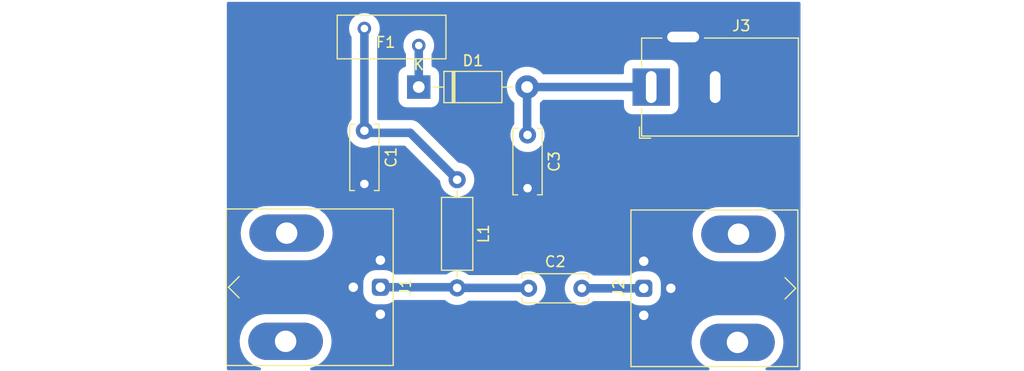
<source format=kicad_pcb>
(kicad_pcb (version 20171130) (host pcbnew "(5.1.9)-1")

  (general
    (thickness 1.6)
    (drawings 4)
    (tracks 13)
    (zones 0)
    (modules 9)
    (nets 7)
  )

  (page A4)
  (layers
    (0 F.Cu signal)
    (31 B.Cu signal)
    (32 B.Adhes user)
    (33 F.Adhes user)
    (34 B.Paste user)
    (35 F.Paste user)
    (36 B.SilkS user)
    (37 F.SilkS user)
    (38 B.Mask user)
    (39 F.Mask user)
    (40 Dwgs.User user)
    (41 Cmts.User user)
    (42 Eco1.User user)
    (43 Eco2.User user)
    (44 Edge.Cuts user)
    (45 Margin user)
    (46 B.CrtYd user)
    (47 F.CrtYd user)
    (48 B.Fab user)
    (49 F.Fab user)
  )

  (setup
    (last_trace_width 0.8)
    (user_trace_width 0.6)
    (user_trace_width 0.8)
    (trace_clearance 0.8)
    (zone_clearance 0.508)
    (zone_45_only no)
    (trace_min 0.2)
    (via_size 0.8)
    (via_drill 0.4)
    (via_min_size 0.4)
    (via_min_drill 0.3)
    (uvia_size 0.3)
    (uvia_drill 0.1)
    (uvias_allowed no)
    (uvia_min_size 0.2)
    (uvia_min_drill 0.1)
    (edge_width 0.05)
    (segment_width 0.2)
    (pcb_text_width 0.3)
    (pcb_text_size 1.5 1.5)
    (mod_edge_width 0.12)
    (mod_text_size 1 1)
    (mod_text_width 0.15)
    (pad_size 3.5 3.5)
    (pad_drill 3)
    (pad_to_mask_clearance 0)
    (aux_axis_origin 0 0)
    (visible_elements 7FFFFFFF)
    (pcbplotparams
      (layerselection 0x010fc_ffffffff)
      (usegerberextensions false)
      (usegerberattributes true)
      (usegerberadvancedattributes true)
      (creategerberjobfile true)
      (excludeedgelayer true)
      (linewidth 0.100000)
      (plotframeref false)
      (viasonmask false)
      (mode 1)
      (useauxorigin false)
      (hpglpennumber 1)
      (hpglpenspeed 20)
      (hpglpendiameter 15.000000)
      (psnegative false)
      (psa4output false)
      (plotreference true)
      (plotvalue true)
      (plotinvisibletext false)
      (padsonsilk false)
      (subtractmaskfromsilk false)
      (outputformat 1)
      (mirror false)
      (drillshape 1)
      (scaleselection 1)
      (outputdirectory ""))
  )

  (net 0 "")
  (net 1 GND)
  (net 2 "Net-(C1-Pad1)")
  (net 3 "Net-(C2-Pad2)")
  (net 4 "Net-(C2-Pad1)")
  (net 5 "Net-(C3-Pad1)")
  (net 6 "Net-(D1-Pad1)")

  (net_class Default "This is the default net class."
    (clearance 0.8)
    (trace_width 0.6)
    (via_dia 0.8)
    (via_drill 0.4)
    (uvia_dia 0.3)
    (uvia_drill 0.1)
    (add_net GND)
    (add_net "Net-(C1-Pad1)")
    (add_net "Net-(C2-Pad1)")
    (add_net "Net-(C2-Pad2)")
    (add_net "Net-(C3-Pad1)")
    (add_net "Net-(D1-Pad1)")
  )

  (module Inductor_THT:L_Axial_L6.6mm_D2.7mm_P10.16mm_Horizontal_Vishay_IM-2 (layer F.Cu) (tedit 5AE59B05) (tstamp 64F36E48)
    (at 173.5 93.9 270)
    (descr "Inductor, Axial series, Axial, Horizontal, pin pitch=10.16mm, , length*diameter=6.6*2.7mm^2, Vishay, IM-2, http://www.vishay.com/docs/34030/im.pdf")
    (tags "Inductor Axial series Axial Horizontal pin pitch 10.16mm  length 6.6mm diameter 2.7mm Vishay IM-2")
    (path /64F8BFE6)
    (fp_text reference L1 (at 5.08 -2.47 90) (layer F.SilkS)
      (effects (font (size 1 1) (thickness 0.15)))
    )
    (fp_text value 470uHr (at 5.08 2.47 90) (layer F.Fab)
      (effects (font (size 1 1) (thickness 0.15)))
    )
    (fp_text user %R (at 5.08 0 90) (layer F.Fab)
      (effects (font (size 1 1) (thickness 0.15)))
    )
    (fp_line (start 1.78 -1.35) (end 1.78 1.35) (layer F.Fab) (width 0.1))
    (fp_line (start 1.78 1.35) (end 8.38 1.35) (layer F.Fab) (width 0.1))
    (fp_line (start 8.38 1.35) (end 8.38 -1.35) (layer F.Fab) (width 0.1))
    (fp_line (start 8.38 -1.35) (end 1.78 -1.35) (layer F.Fab) (width 0.1))
    (fp_line (start 0 0) (end 1.78 0) (layer F.Fab) (width 0.1))
    (fp_line (start 10.16 0) (end 8.38 0) (layer F.Fab) (width 0.1))
    (fp_line (start 1.66 -1.47) (end 1.66 1.47) (layer F.SilkS) (width 0.12))
    (fp_line (start 1.66 1.47) (end 8.5 1.47) (layer F.SilkS) (width 0.12))
    (fp_line (start 8.5 1.47) (end 8.5 -1.47) (layer F.SilkS) (width 0.12))
    (fp_line (start 8.5 -1.47) (end 1.66 -1.47) (layer F.SilkS) (width 0.12))
    (fp_line (start 1.04 0) (end 1.66 0) (layer F.SilkS) (width 0.12))
    (fp_line (start 9.12 0) (end 8.5 0) (layer F.SilkS) (width 0.12))
    (fp_line (start -1.05 -1.6) (end -1.05 1.6) (layer F.CrtYd) (width 0.05))
    (fp_line (start -1.05 1.6) (end 11.21 1.6) (layer F.CrtYd) (width 0.05))
    (fp_line (start 11.21 1.6) (end 11.21 -1.6) (layer F.CrtYd) (width 0.05))
    (fp_line (start 11.21 -1.6) (end -1.05 -1.6) (layer F.CrtYd) (width 0.05))
    (pad 2 thru_hole oval (at 10.16 0 270) (size 1.6 1.6) (drill 0.8) (layers *.Cu *.Mask)
      (net 4 "Net-(C2-Pad1)"))
    (pad 1 thru_hole circle (at 0 0 270) (size 1.6 1.6) (drill 0.8) (layers *.Cu *.Mask)
      (net 2 "Net-(C1-Pad1)"))
    (model ${KISYS3DMOD}/Inductor_THT.3dshapes/L_Axial_L6.6mm_D2.7mm_P10.16mm_Horizontal_Vishay_IM-2.wrl
      (at (xyz 0 0 0))
      (scale (xyz 1 1 1))
      (rotate (xyz 0 0 0))
    )
  )

  (module Connector_BarrelJack:BarrelJack_Horizontal (layer F.Cu) (tedit 64FBDBDE) (tstamp 64F36E3D)
    (at 191.7 85.2 180)
    (descr "DC Barrel Jack")
    (tags "Power Jack")
    (path /64F8CC81)
    (fp_text reference J3 (at -8.45 5.75) (layer F.SilkS)
      (effects (font (size 1 1) (thickness 0.15)))
    )
    (fp_text value Jack-DC (at -6.2 -5.5) (layer F.Fab)
      (effects (font (size 1 1) (thickness 0.15)))
    )
    (fp_text user %R (at -3 -2.95) (layer F.Fab)
      (effects (font (size 1 1) (thickness 0.15)))
    )
    (fp_line (start -0.003213 -4.505425) (end 0.8 -3.75) (layer F.Fab) (width 0.1))
    (fp_line (start 1.1 -3.75) (end 1.1 -4.8) (layer F.SilkS) (width 0.12))
    (fp_line (start 0.05 -4.8) (end 1.1 -4.8) (layer F.SilkS) (width 0.12))
    (fp_line (start 1 -4.5) (end 1 -4.75) (layer F.CrtYd) (width 0.05))
    (fp_line (start 1 -4.75) (end -14 -4.75) (layer F.CrtYd) (width 0.05))
    (fp_line (start 1 -4.5) (end 1 -2) (layer F.CrtYd) (width 0.05))
    (fp_line (start 1 -2) (end 2 -2) (layer F.CrtYd) (width 0.05))
    (fp_line (start 2 -2) (end 2 2) (layer F.CrtYd) (width 0.05))
    (fp_line (start 2 2) (end 1 2) (layer F.CrtYd) (width 0.05))
    (fp_line (start 1 2) (end 1 4.75) (layer F.CrtYd) (width 0.05))
    (fp_line (start 1 4.75) (end -1 4.75) (layer F.CrtYd) (width 0.05))
    (fp_line (start -1 4.75) (end -1 6.75) (layer F.CrtYd) (width 0.05))
    (fp_line (start -1 6.75) (end -5 6.75) (layer F.CrtYd) (width 0.05))
    (fp_line (start -5 6.75) (end -5 4.75) (layer F.CrtYd) (width 0.05))
    (fp_line (start -5 4.75) (end -14 4.75) (layer F.CrtYd) (width 0.05))
    (fp_line (start -14 4.75) (end -14 -4.75) (layer F.CrtYd) (width 0.05))
    (fp_line (start -5 4.6) (end -13.8 4.6) (layer F.SilkS) (width 0.12))
    (fp_line (start -13.8 4.6) (end -13.8 -4.6) (layer F.SilkS) (width 0.12))
    (fp_line (start 0.9 1.9) (end 0.9 4.6) (layer F.SilkS) (width 0.12))
    (fp_line (start 0.9 4.6) (end -1 4.6) (layer F.SilkS) (width 0.12))
    (fp_line (start -13.8 -4.6) (end 0.9 -4.6) (layer F.SilkS) (width 0.12))
    (fp_line (start 0.9 -4.6) (end 0.9 -2) (layer F.SilkS) (width 0.12))
    (fp_line (start -10.2 -4.5) (end -10.2 4.5) (layer F.Fab) (width 0.1))
    (fp_line (start -13.7 -4.5) (end -13.7 4.5) (layer F.Fab) (width 0.1))
    (fp_line (start -13.7 4.5) (end 0.8 4.5) (layer F.Fab) (width 0.1))
    (fp_line (start 0.8 4.5) (end 0.8 -3.75) (layer F.Fab) (width 0.1))
    (fp_line (start 0 -4.5) (end -13.7 -4.5) (layer F.Fab) (width 0.1))
    (pad 3 thru_hole roundrect (at -3 4.7 180) (size 3.5 3.5) (drill oval 3 1) (layers *.Cu *.Mask) (roundrect_rratio 0.25)
      (net 1 GND))
    (pad 2 thru_hole roundrect (at -6 0 180) (size 3 3.5) (drill oval 1 3) (layers *.Cu *.Mask) (roundrect_rratio 0.25)
      (net 1 GND))
    (pad 1 thru_hole rect (at 0 0 180) (size 3.5 3.5) (drill oval 1 3) (layers *.Cu *.Mask)
      (net 5 "Net-(C3-Pad1)"))
    (model ${KISYS3DMOD}/Connector_BarrelJack.3dshapes/BarrelJack_Horizontal.wrl
      (at (xyz 0 0 0))
      (scale (xyz 1 1 1))
      (rotate (xyz 0 0 0))
    )
  )

  (module Connector_Coaxial:BNC_Amphenol_031-6575_Horizontal (layer F.Cu) (tedit 64FBDA71) (tstamp 64F36E1A)
    (at 191 104.1 270)
    (descr "dual independently isolated BNC plug (https://www.amphenolrf.com/downloads/dl/file/id/2980/product/644/031_6575_customer_drawing.pdf)")
    (tags "Dual BNC Amphenol Horizontal")
    (path /64F8A61B)
    (fp_text reference J2 (at 0 2.35 90) (layer F.SilkS)
      (effects (font (size 1 1) (thickness 0.15)))
    )
    (fp_text value Coaxial (at 0 4.35 270) (layer F.Fab)
      (effects (font (size 1 1) (thickness 0.15)))
    )
    (fp_text user %R (at 0 0 90) (layer F.Fab)
      (effects (font (size 1 1) (thickness 0.15)))
    )
    (fp_line (start -5 -21.75) (end 5 -22.75) (layer F.Fab) (width 0.1))
    (fp_line (start -5 -20.75) (end 5 -21.75) (layer F.Fab) (width 0.1))
    (fp_line (start -5 -19.75) (end 5 -20.75) (layer F.Fab) (width 0.1))
    (fp_line (start -5 -18.75) (end 5 -19.75) (layer F.Fab) (width 0.1))
    (fp_line (start -5 -17.75) (end 5 -18.75) (layer F.Fab) (width 0.1))
    (fp_line (start -5 -16.75) (end 5 -17.75) (layer F.Fab) (width 0.1))
    (fp_circle (center 0 -29.92) (end 1 -29.92) (layer F.Fab) (width 0.1))
    (fp_line (start 4.8 -23.05) (end 4.8 -35.15) (layer F.Fab) (width 0.1))
    (fp_line (start 4.8 -35.15) (end -4.8 -35.15) (layer F.Fab) (width 0.1))
    (fp_line (start -4.8 -35.15) (end -4.8 -23.05) (layer F.Fab) (width 0.1))
    (fp_line (start 6.35 -14.45) (end 6.35 -23.05) (layer F.Fab) (width 0.1))
    (fp_line (start 6.35 -23.05) (end -6.35 -23.05) (layer F.Fab) (width 0.1))
    (fp_line (start -6.35 -23.05) (end -6.35 -14.45) (layer F.Fab) (width 0.1))
    (fp_line (start -7.2 1.05) (end 7.2 1.05) (layer F.Fab) (width 0.1))
    (fp_line (start 7.2 1.05) (end 7.2 -14.45) (layer F.Fab) (width 0.1))
    (fp_line (start 7.2 -14.45) (end -7.2 -14.45) (layer F.Fab) (width 0.1))
    (fp_line (start -7.2 -14.45) (end -7.2 1.05) (layer F.Fab) (width 0.1))
    (fp_line (start -5 -15.75) (end 5 -16.75) (layer F.Fab) (width 0.1))
    (fp_line (start -7.35 -14.45) (end 7.35 -14.45) (layer F.SilkS) (width 0.12))
    (fp_line (start 7.35 -14.45) (end 7.35 1.2) (layer F.SilkS) (width 0.12))
    (fp_line (start 7.35 1.2) (end -7.35 1.2) (layer F.SilkS) (width 0.12))
    (fp_line (start -7.35 1.2) (end -7.35 -14.45) (layer F.SilkS) (width 0.12))
    (fp_line (start -7.7 1.55) (end 7.7 1.55) (layer F.CrtYd) (width 0.05))
    (fp_line (start -7.7 1.55) (end -7.7 -35.65) (layer F.CrtYd) (width 0.05))
    (fp_line (start 7.7 -35.65) (end -7.7 -35.65) (layer F.CrtYd) (width 0.05))
    (fp_line (start 7.7 1.55) (end 7.7 -35.65) (layer F.CrtYd) (width 0.05))
    (fp_line (start 0 -14.25) (end -1 -13.25) (layer F.SilkS) (width 0.12))
    (fp_line (start 0 -14.25) (end 1 -13.25) (layer F.SilkS) (width 0.12))
    (pad 4 thru_hole circle (at 2.54 0 270) (size 1.6 1.6) (drill 0.89) (layers *.Cu *.Mask)
      (net 1 GND))
    (pad 3 thru_hole circle (at 0 -2.54 270) (size 1.6 1.6) (drill 0.89) (layers *.Cu *.Mask)
      (net 1 GND))
    (pad 2 thru_hole circle (at -2.54 0 270) (size 1.6 1.6) (drill 0.89) (layers *.Cu *.Mask)
      (net 1 GND))
    (pad 1 thru_hole roundrect (at 0 0 270) (size 1.6 1.6) (drill 0.89) (layers *.Cu *.Mask) (roundrect_rratio 0.25)
      (net 3 "Net-(C2-Pad2)"))
    (pad "" thru_hole oval (at 5.08 -8.79 270) (size 3.5 7) (drill 2.01) (layers *.Cu *.Mask))
    (pad "" thru_hole oval (at -5.08 -8.89 270) (size 3.5 7) (drill 2.01) (layers *.Cu *.Mask))
    (model ${KISYS3DMOD}/Connector_Coaxial.3dshapes/BNC_Amphenol_031-6575_Horizontal.wrl
      (at (xyz 0 0 0))
      (scale (xyz 1 1 1))
      (rotate (xyz 0 0 0))
    )
  )

  (module Connector_Coaxial:BNC_Amphenol_031-6575_Horizontal (layer F.Cu) (tedit 64FBDA64) (tstamp 64F36DEB)
    (at 166.3 104 90)
    (descr "dual independently isolated BNC plug (https://www.amphenolrf.com/downloads/dl/file/id/2980/product/644/031_6575_customer_drawing.pdf)")
    (tags "Dual BNC Amphenol Horizontal")
    (path /64F8B2A4)
    (fp_text reference J1 (at 0 2.35 90) (layer F.SilkS)
      (effects (font (size 1 1) (thickness 0.15)))
    )
    (fp_text value Coaxial (at 0 4.35 270) (layer F.Fab)
      (effects (font (size 1 1) (thickness 0.15)))
    )
    (fp_text user %R (at 0 0 90) (layer F.Fab)
      (effects (font (size 1 1) (thickness 0.15)))
    )
    (fp_line (start -5 -21.75) (end 5 -22.75) (layer F.Fab) (width 0.1))
    (fp_line (start -5 -20.75) (end 5 -21.75) (layer F.Fab) (width 0.1))
    (fp_line (start -5 -19.75) (end 5 -20.75) (layer F.Fab) (width 0.1))
    (fp_line (start -5 -18.75) (end 5 -19.75) (layer F.Fab) (width 0.1))
    (fp_line (start -5 -17.75) (end 5 -18.75) (layer F.Fab) (width 0.1))
    (fp_line (start -5 -16.75) (end 5 -17.75) (layer F.Fab) (width 0.1))
    (fp_circle (center 0 -29.92) (end 1 -29.92) (layer F.Fab) (width 0.1))
    (fp_line (start 4.8 -23.05) (end 4.8 -35.15) (layer F.Fab) (width 0.1))
    (fp_line (start 4.8 -35.15) (end -4.8 -35.15) (layer F.Fab) (width 0.1))
    (fp_line (start -4.8 -35.15) (end -4.8 -23.05) (layer F.Fab) (width 0.1))
    (fp_line (start 6.35 -14.45) (end 6.35 -23.05) (layer F.Fab) (width 0.1))
    (fp_line (start 6.35 -23.05) (end -6.35 -23.05) (layer F.Fab) (width 0.1))
    (fp_line (start -6.35 -23.05) (end -6.35 -14.45) (layer F.Fab) (width 0.1))
    (fp_line (start -7.2 1.05) (end 7.2 1.05) (layer F.Fab) (width 0.1))
    (fp_line (start 7.2 1.05) (end 7.2 -14.45) (layer F.Fab) (width 0.1))
    (fp_line (start 7.2 -14.45) (end -7.2 -14.45) (layer F.Fab) (width 0.1))
    (fp_line (start -7.2 -14.45) (end -7.2 1.05) (layer F.Fab) (width 0.1))
    (fp_line (start -5 -15.75) (end 5 -16.75) (layer F.Fab) (width 0.1))
    (fp_line (start -7.35 -14.45) (end 7.35 -14.45) (layer F.SilkS) (width 0.12))
    (fp_line (start 7.35 -14.45) (end 7.35 1.2) (layer F.SilkS) (width 0.12))
    (fp_line (start 7.35 1.2) (end -7.35 1.2) (layer F.SilkS) (width 0.12))
    (fp_line (start -7.35 1.2) (end -7.35 -14.45) (layer F.SilkS) (width 0.12))
    (fp_line (start -7.7 1.55) (end 7.7 1.55) (layer F.CrtYd) (width 0.05))
    (fp_line (start -7.7 1.55) (end -7.7 -35.65) (layer F.CrtYd) (width 0.05))
    (fp_line (start 7.7 -35.65) (end -7.7 -35.65) (layer F.CrtYd) (width 0.05))
    (fp_line (start 7.7 1.55) (end 7.7 -35.65) (layer F.CrtYd) (width 0.05))
    (fp_line (start 0 -14.25) (end -1 -13.25) (layer F.SilkS) (width 0.12))
    (fp_line (start 0 -14.25) (end 1 -13.25) (layer F.SilkS) (width 0.12))
    (pad 4 thru_hole circle (at 2.54 0 90) (size 1.6 1.6) (drill 0.89) (layers *.Cu *.Mask)
      (net 1 GND))
    (pad 3 thru_hole circle (at 0 -2.54 90) (size 1.6 1.6) (drill 0.89) (layers *.Cu *.Mask)
      (net 1 GND))
    (pad 2 thru_hole circle (at -2.54 0 90) (size 1.6 1.6) (drill 0.89) (layers *.Cu *.Mask)
      (net 1 GND))
    (pad 1 thru_hole roundrect (at 0 0 90) (size 1.6 1.6) (drill 0.89) (layers *.Cu *.Mask) (roundrect_rratio 0.25)
      (net 4 "Net-(C2-Pad1)"))
    (pad "" thru_hole oval (at 5.08 -8.79 90) (size 3.5 7) (drill 2.01) (layers *.Cu *.Mask))
    (pad "" thru_hole oval (at -5.08 -8.89 90) (size 3.5 7) (drill 2.01) (layers *.Cu *.Mask))
    (model ${KISYS3DMOD}/Connector_Coaxial.3dshapes/BNC_Amphenol_031-6575_Horizontal.wrl
      (at (xyz 0 0 0))
      (scale (xyz 1 1 1))
      (rotate (xyz 0 0 0))
    )
  )

  (module Fuse:Fuse_BelFuse_0ZRE0016FF_L9.9mm_W3.8mm (layer F.Cu) (tedit 5BAABA7A) (tstamp 64F36DBC)
    (at 164.8 79.7)
    (descr "Fuse 0ZRE0016FF, BelFuse, Radial Leaded PTC,https://www.belfuse.com/resources/datasheets/circuitprotection/ds-cp-0zre-series.pdf")
    (tags "0ZRE BelFuse radial PTC")
    (path /64F8C7BD)
    (fp_text reference F1 (at 2 1.3) (layer F.SilkS)
      (effects (font (size 1 1) (thickness 0.15)))
    )
    (fp_text value "MR_F 100mA" (at 12.3 0) (layer F.Fab)
      (effects (font (size 1 1) (thickness 0.15)))
    )
    (fp_line (start -2.55 2.85) (end 7.65 2.85) (layer F.SilkS) (width 0.12))
    (fp_line (start 7.65 -1.25) (end 7.65 2.85) (layer F.SilkS) (width 0.12))
    (fp_line (start -2.55 -1.25) (end -2.55 2.85) (layer F.SilkS) (width 0.12))
    (fp_line (start -2.55 -1.25) (end 7.65 -1.25) (layer F.SilkS) (width 0.12))
    (fp_line (start -2.65 2.95) (end 7.75 2.95) (layer F.CrtYd) (width 0.05))
    (fp_line (start 7.75 -1.35) (end 7.75 2.95) (layer F.CrtYd) (width 0.05))
    (fp_line (start -2.65 -1.35) (end -2.65 2.95) (layer F.CrtYd) (width 0.05))
    (fp_line (start -2.65 -1.35) (end 7.75 -1.35) (layer F.CrtYd) (width 0.05))
    (fp_line (start -2.4 -1.1) (end 7.5 -1.1) (layer F.Fab) (width 0.1))
    (fp_line (start -2.4 2.7) (end 7.5 2.7) (layer F.Fab) (width 0.1))
    (fp_line (start -2.4 -1.1) (end -2.4 2.7) (layer F.Fab) (width 0.1))
    (fp_line (start 7.5 -1.1) (end 7.5 2.7) (layer F.Fab) (width 0.1))
    (fp_text user %R (at 3.81 0) (layer F.Fab)
      (effects (font (size 1 1) (thickness 0.15)))
    )
    (pad 1 thru_hole circle (at 0 0) (size 1.27 1.27) (drill 0.71) (layers *.Cu *.Mask)
      (net 2 "Net-(C1-Pad1)"))
    (pad 2 thru_hole circle (at 5.1 1.6) (size 1.27 1.27) (drill 0.71) (layers *.Cu *.Mask)
      (net 6 "Net-(D1-Pad1)"))
    (model ${KISYS3DMOD}/Fuse.3dshapes/Fuse_BelFuse_0ZRE_0ZRE0016FF_L9.9mm_W3.8mm.wrl
      (at (xyz 0 0 0))
      (scale (xyz 1 1 1))
      (rotate (xyz 0 0 0))
    )
  )

  (module Diode_THT:D_DO-41_SOD81_P10.16mm_Horizontal (layer F.Cu) (tedit 5AE50CD5) (tstamp 64F36DA9)
    (at 169.9 85.2)
    (descr "Diode, DO-41_SOD81 series, Axial, Horizontal, pin pitch=10.16mm, , length*diameter=5.2*2.7mm^2, , http://www.diodes.com/_files/packages/DO-41%20(Plastic).pdf")
    (tags "Diode DO-41_SOD81 series Axial Horizontal pin pitch 10.16mm  length 5.2mm diameter 2.7mm")
    (path /64F8C443)
    (fp_text reference D1 (at 5.08 -2.47) (layer F.SilkS)
      (effects (font (size 1 1) (thickness 0.15)))
    )
    (fp_text value 1N5819 (at 5.08 2.47) (layer F.Fab)
      (effects (font (size 1 1) (thickness 0.15)))
    )
    (fp_line (start 2.48 -1.35) (end 2.48 1.35) (layer F.Fab) (width 0.1))
    (fp_line (start 2.48 1.35) (end 7.68 1.35) (layer F.Fab) (width 0.1))
    (fp_line (start 7.68 1.35) (end 7.68 -1.35) (layer F.Fab) (width 0.1))
    (fp_line (start 7.68 -1.35) (end 2.48 -1.35) (layer F.Fab) (width 0.1))
    (fp_line (start 0 0) (end 2.48 0) (layer F.Fab) (width 0.1))
    (fp_line (start 10.16 0) (end 7.68 0) (layer F.Fab) (width 0.1))
    (fp_line (start 3.26 -1.35) (end 3.26 1.35) (layer F.Fab) (width 0.1))
    (fp_line (start 3.36 -1.35) (end 3.36 1.35) (layer F.Fab) (width 0.1))
    (fp_line (start 3.16 -1.35) (end 3.16 1.35) (layer F.Fab) (width 0.1))
    (fp_line (start 2.36 -1.47) (end 2.36 1.47) (layer F.SilkS) (width 0.12))
    (fp_line (start 2.36 1.47) (end 7.8 1.47) (layer F.SilkS) (width 0.12))
    (fp_line (start 7.8 1.47) (end 7.8 -1.47) (layer F.SilkS) (width 0.12))
    (fp_line (start 7.8 -1.47) (end 2.36 -1.47) (layer F.SilkS) (width 0.12))
    (fp_line (start 1.34 0) (end 2.36 0) (layer F.SilkS) (width 0.12))
    (fp_line (start 8.82 0) (end 7.8 0) (layer F.SilkS) (width 0.12))
    (fp_line (start 3.26 -1.47) (end 3.26 1.47) (layer F.SilkS) (width 0.12))
    (fp_line (start 3.38 -1.47) (end 3.38 1.47) (layer F.SilkS) (width 0.12))
    (fp_line (start 3.14 -1.47) (end 3.14 1.47) (layer F.SilkS) (width 0.12))
    (fp_line (start -1.35 -1.6) (end -1.35 1.6) (layer F.CrtYd) (width 0.05))
    (fp_line (start -1.35 1.6) (end 11.51 1.6) (layer F.CrtYd) (width 0.05))
    (fp_line (start 11.51 1.6) (end 11.51 -1.6) (layer F.CrtYd) (width 0.05))
    (fp_line (start 11.51 -1.6) (end -1.35 -1.6) (layer F.CrtYd) (width 0.05))
    (fp_text user K (at 0 -2.1) (layer F.SilkS)
      (effects (font (size 1 1) (thickness 0.15)))
    )
    (fp_text user K (at 0 -2.1) (layer F.Fab)
      (effects (font (size 1 1) (thickness 0.15)))
    )
    (fp_text user %R (at 5.47 0) (layer F.Fab)
      (effects (font (size 1 1) (thickness 0.15)))
    )
    (pad 2 thru_hole oval (at 10.16 0) (size 2.2 2.2) (drill 1.1) (layers *.Cu *.Mask)
      (net 5 "Net-(C3-Pad1)"))
    (pad 1 thru_hole rect (at 0 0) (size 2.2 2.2) (drill 1.1) (layers *.Cu *.Mask)
      (net 6 "Net-(D1-Pad1)"))
    (model ${KISYS3DMOD}/Diode_THT.3dshapes/D_DO-41_SOD81_P10.16mm_Horizontal.wrl
      (at (xyz 0 0 0))
      (scale (xyz 1 1 1))
      (rotate (xyz 0 0 0))
    )
  )

  (module Capacitor_THT:C_Disc_D6.0mm_W2.5mm_P5.00mm (layer F.Cu) (tedit 5AE50EF0) (tstamp 64F36D8A)
    (at 180.1 89.7 270)
    (descr "C, Disc series, Radial, pin pitch=5.00mm, , diameter*width=6*2.5mm^2, Capacitor, http://cdn-reichelt.de/documents/datenblatt/B300/DS_KERKO_TC.pdf")
    (tags "C Disc series Radial pin pitch 5.00mm  diameter 6mm width 2.5mm Capacitor")
    (path /64F8B84B)
    (fp_text reference C3 (at 2.5 -2.5 90) (layer F.SilkS)
      (effects (font (size 1 1) (thickness 0.15)))
    )
    (fp_text value 100nF (at 2.5 2.5 90) (layer F.Fab)
      (effects (font (size 1 1) (thickness 0.15)))
    )
    (fp_line (start -0.5 -1.25) (end -0.5 1.25) (layer F.Fab) (width 0.1))
    (fp_line (start -0.5 1.25) (end 5.5 1.25) (layer F.Fab) (width 0.1))
    (fp_line (start 5.5 1.25) (end 5.5 -1.25) (layer F.Fab) (width 0.1))
    (fp_line (start 5.5 -1.25) (end -0.5 -1.25) (layer F.Fab) (width 0.1))
    (fp_line (start -0.62 -1.37) (end 5.62 -1.37) (layer F.SilkS) (width 0.12))
    (fp_line (start -0.62 1.37) (end 5.62 1.37) (layer F.SilkS) (width 0.12))
    (fp_line (start -0.62 -1.37) (end -0.62 -0.925) (layer F.SilkS) (width 0.12))
    (fp_line (start -0.62 0.925) (end -0.62 1.37) (layer F.SilkS) (width 0.12))
    (fp_line (start 5.62 -1.37) (end 5.62 -0.925) (layer F.SilkS) (width 0.12))
    (fp_line (start 5.62 0.925) (end 5.62 1.37) (layer F.SilkS) (width 0.12))
    (fp_line (start -1.05 -1.5) (end -1.05 1.5) (layer F.CrtYd) (width 0.05))
    (fp_line (start -1.05 1.5) (end 6.05 1.5) (layer F.CrtYd) (width 0.05))
    (fp_line (start 6.05 1.5) (end 6.05 -1.5) (layer F.CrtYd) (width 0.05))
    (fp_line (start 6.05 -1.5) (end -1.05 -1.5) (layer F.CrtYd) (width 0.05))
    (fp_text user %R (at 2.5 0 90) (layer F.Fab)
      (effects (font (size 1 1) (thickness 0.15)))
    )
    (pad 2 thru_hole circle (at 5 0 270) (size 1.6 1.6) (drill 0.8) (layers *.Cu *.Mask)
      (net 1 GND))
    (pad 1 thru_hole circle (at 0 0 270) (size 1.6 1.6) (drill 0.8) (layers *.Cu *.Mask)
      (net 5 "Net-(C3-Pad1)"))
    (model ${KISYS3DMOD}/Capacitor_THT.3dshapes/C_Disc_D6.0mm_W2.5mm_P5.00mm.wrl
      (at (xyz 0 0 0))
      (scale (xyz 1 1 1))
      (rotate (xyz 0 0 0))
    )
  )

  (module Capacitor_THT:C_Disc_D6.0mm_W2.5mm_P5.00mm (layer F.Cu) (tedit 5AE50EF0) (tstamp 64F36D75)
    (at 180.2 104.1)
    (descr "C, Disc series, Radial, pin pitch=5.00mm, , diameter*width=6*2.5mm^2, Capacitor, http://cdn-reichelt.de/documents/datenblatt/B300/DS_KERKO_TC.pdf")
    (tags "C Disc series Radial pin pitch 5.00mm  diameter 6mm width 2.5mm Capacitor")
    (path /64F8BAE6)
    (fp_text reference C2 (at 2.5 -2.5) (layer F.SilkS)
      (effects (font (size 1 1) (thickness 0.15)))
    )
    (fp_text value 100nF (at 2.5 2.5) (layer F.Fab)
      (effects (font (size 1 1) (thickness 0.15)))
    )
    (fp_line (start -0.5 -1.25) (end -0.5 1.25) (layer F.Fab) (width 0.1))
    (fp_line (start -0.5 1.25) (end 5.5 1.25) (layer F.Fab) (width 0.1))
    (fp_line (start 5.5 1.25) (end 5.5 -1.25) (layer F.Fab) (width 0.1))
    (fp_line (start 5.5 -1.25) (end -0.5 -1.25) (layer F.Fab) (width 0.1))
    (fp_line (start -0.62 -1.37) (end 5.62 -1.37) (layer F.SilkS) (width 0.12))
    (fp_line (start -0.62 1.37) (end 5.62 1.37) (layer F.SilkS) (width 0.12))
    (fp_line (start -0.62 -1.37) (end -0.62 -0.925) (layer F.SilkS) (width 0.12))
    (fp_line (start -0.62 0.925) (end -0.62 1.37) (layer F.SilkS) (width 0.12))
    (fp_line (start 5.62 -1.37) (end 5.62 -0.925) (layer F.SilkS) (width 0.12))
    (fp_line (start 5.62 0.925) (end 5.62 1.37) (layer F.SilkS) (width 0.12))
    (fp_line (start -1.05 -1.5) (end -1.05 1.5) (layer F.CrtYd) (width 0.05))
    (fp_line (start -1.05 1.5) (end 6.05 1.5) (layer F.CrtYd) (width 0.05))
    (fp_line (start 6.05 1.5) (end 6.05 -1.5) (layer F.CrtYd) (width 0.05))
    (fp_line (start 6.05 -1.5) (end -1.05 -1.5) (layer F.CrtYd) (width 0.05))
    (fp_text user %R (at 2.5 0) (layer F.Fab)
      (effects (font (size 1 1) (thickness 0.15)))
    )
    (pad 2 thru_hole circle (at 5 0) (size 1.6 1.6) (drill 0.8) (layers *.Cu *.Mask)
      (net 3 "Net-(C2-Pad2)"))
    (pad 1 thru_hole circle (at 0 0) (size 1.6 1.6) (drill 0.8) (layers *.Cu *.Mask)
      (net 4 "Net-(C2-Pad1)"))
    (model ${KISYS3DMOD}/Capacitor_THT.3dshapes/C_Disc_D6.0mm_W2.5mm_P5.00mm.wrl
      (at (xyz 0 0 0))
      (scale (xyz 1 1 1))
      (rotate (xyz 0 0 0))
    )
  )

  (module Capacitor_THT:C_Disc_D6.0mm_W2.5mm_P5.00mm (layer F.Cu) (tedit 5AE50EF0) (tstamp 64F36D60)
    (at 164.8 89.3 270)
    (descr "C, Disc series, Radial, pin pitch=5.00mm, , diameter*width=6*2.5mm^2, Capacitor, http://cdn-reichelt.de/documents/datenblatt/B300/DS_KERKO_TC.pdf")
    (tags "C Disc series Radial pin pitch 5.00mm  diameter 6mm width 2.5mm Capacitor")
    (path /64F8BD98)
    (fp_text reference C1 (at 2.5 -2.5 90) (layer F.SilkS)
      (effects (font (size 1 1) (thickness 0.15)))
    )
    (fp_text value 100nF (at 2.5 2.5 90) (layer F.Fab)
      (effects (font (size 1 1) (thickness 0.15)))
    )
    (fp_line (start -0.5 -1.25) (end -0.5 1.25) (layer F.Fab) (width 0.1))
    (fp_line (start -0.5 1.25) (end 5.5 1.25) (layer F.Fab) (width 0.1))
    (fp_line (start 5.5 1.25) (end 5.5 -1.25) (layer F.Fab) (width 0.1))
    (fp_line (start 5.5 -1.25) (end -0.5 -1.25) (layer F.Fab) (width 0.1))
    (fp_line (start -0.62 -1.37) (end 5.62 -1.37) (layer F.SilkS) (width 0.12))
    (fp_line (start -0.62 1.37) (end 5.62 1.37) (layer F.SilkS) (width 0.12))
    (fp_line (start -0.62 -1.37) (end -0.62 -0.925) (layer F.SilkS) (width 0.12))
    (fp_line (start -0.62 0.925) (end -0.62 1.37) (layer F.SilkS) (width 0.12))
    (fp_line (start 5.62 -1.37) (end 5.62 -0.925) (layer F.SilkS) (width 0.12))
    (fp_line (start 5.62 0.925) (end 5.62 1.37) (layer F.SilkS) (width 0.12))
    (fp_line (start -1.05 -1.5) (end -1.05 1.5) (layer F.CrtYd) (width 0.05))
    (fp_line (start -1.05 1.5) (end 6.05 1.5) (layer F.CrtYd) (width 0.05))
    (fp_line (start 6.05 1.5) (end 6.05 -1.5) (layer F.CrtYd) (width 0.05))
    (fp_line (start 6.05 -1.5) (end -1.05 -1.5) (layer F.CrtYd) (width 0.05))
    (fp_text user %R (at 2.5 0 90) (layer F.Fab)
      (effects (font (size 1 1) (thickness 0.15)))
    )
    (pad 2 thru_hole circle (at 5 0 270) (size 1.6 1.6) (drill 0.8) (layers *.Cu *.Mask)
      (net 1 GND))
    (pad 1 thru_hole circle (at 0 0 270) (size 1.6 1.6) (drill 0.8) (layers *.Cu *.Mask)
      (net 2 "Net-(C1-Pad1)"))
    (model ${KISYS3DMOD}/Capacitor_THT.3dshapes/C_Disc_D6.0mm_W2.5mm_P5.00mm.wrl
      (at (xyz 0 0 0))
      (scale (xyz 1 1 1))
      (rotate (xyz 0 0 0))
    )
  )

  (gr_line (start 151.9 77.1) (end 205.5 77.1) (layer Dwgs.User) (width 0.15))
  (gr_line (start 151.9 111.8) (end 151.9 77.1) (layer Dwgs.User) (width 0.15))
  (gr_line (start 205.5 111.8) (end 151.9 111.8) (layer Dwgs.User) (width 0.15))
  (gr_line (start 205.5 77.1) (end 205.5 111.8) (layer Dwgs.User) (width 0.15))

  (segment (start 164.8 79.7) (end 164.8 89.3) (width 0.8) (layer B.Cu) (net 2))
  (segment (start 173.5 93.9) (end 169.1 89.5) (width 0.8) (layer B.Cu) (net 2))
  (segment (start 165 89.5) (end 164.8 89.3) (width 0.8) (layer B.Cu) (net 2))
  (segment (start 169.1 89.5) (end 165 89.5) (width 0.8) (layer B.Cu) (net 2))
  (segment (start 185.2 104.1) (end 191 104.1) (width 0.8) (layer B.Cu) (net 3))
  (segment (start 173.44 104) (end 173.5 104.06) (width 0.8) (layer B.Cu) (net 4))
  (segment (start 166.3 104) (end 173.44 104) (width 0.8) (layer B.Cu) (net 4))
  (segment (start 180.16 104.06) (end 180.2 104.1) (width 0.8) (layer B.Cu) (net 4))
  (segment (start 173.5 104.06) (end 180.16 104.06) (width 0.8) (layer B.Cu) (net 4))
  (segment (start 180.06 89.66) (end 180.1 89.7) (width 0.8) (layer F.Cu) (net 5))
  (segment (start 180.06 85.2) (end 180.06 89.66) (width 0.8) (layer B.Cu) (net 5))
  (segment (start 191.7 85.2) (end 180.06 85.2) (width 0.8) (layer B.Cu) (net 5))
  (segment (start 169.9 85.2) (end 169.9 81.3) (width 0.8) (layer B.Cu) (net 6))

  (zone (net 1) (net_name GND) (layer B.Cu) (tstamp 0) (hatch edge 0.508)
    (connect_pads yes (clearance 0.508))
    (min_thickness 0.254)
    (fill yes (arc_segments 32) (thermal_gap 0.508) (thermal_bridge_width 0.508))
    (polygon
      (pts
        (xy 205.7 111.8) (xy 151.9 111.8) (xy 151.9 77.2) (xy 205.7 77.2)
      )
    )
    (filled_polygon
      (pts
        (xy 205.573 111.673) (xy 202.54366 111.673) (xy 202.5694 111.665192) (xy 203.034457 111.416613) (xy 203.442083 111.082083)
        (xy 203.776613 110.674457) (xy 204.025192 110.2094) (xy 204.178265 109.704784) (xy 204.229952 109.18) (xy 204.178265 108.655216)
        (xy 204.025192 108.1506) (xy 203.776613 107.685543) (xy 203.442083 107.277917) (xy 203.034457 106.943387) (xy 202.5694 106.694808)
        (xy 202.064784 106.541735) (xy 201.671503 106.503) (xy 197.908497 106.503) (xy 197.515216 106.541735) (xy 197.0106 106.694808)
        (xy 196.545543 106.943387) (xy 196.137917 107.277917) (xy 195.803387 107.685543) (xy 195.554808 108.1506) (xy 195.401735 108.655216)
        (xy 195.350048 109.18) (xy 195.401735 109.704784) (xy 195.554808 110.2094) (xy 195.803387 110.674457) (xy 196.137917 111.082083)
        (xy 196.545543 111.416613) (xy 197.0106 111.665192) (xy 197.03634 111.673) (xy 159.834003 111.673) (xy 160.1894 111.565192)
        (xy 160.654457 111.316613) (xy 161.062083 110.982083) (xy 161.396613 110.574457) (xy 161.645192 110.1094) (xy 161.798265 109.604784)
        (xy 161.849952 109.08) (xy 161.798265 108.555216) (xy 161.645192 108.0506) (xy 161.396613 107.585543) (xy 161.062083 107.177917)
        (xy 160.654457 106.843387) (xy 160.1894 106.594808) (xy 159.684784 106.441735) (xy 159.291503 106.403) (xy 155.528497 106.403)
        (xy 155.135216 106.441735) (xy 154.6306 106.594808) (xy 154.165543 106.843387) (xy 153.757917 107.177917) (xy 153.423387 107.585543)
        (xy 153.174808 108.0506) (xy 153.021735 108.555216) (xy 152.970048 109.08) (xy 153.021735 109.604784) (xy 153.174808 110.1094)
        (xy 153.423387 110.574457) (xy 153.757917 110.982083) (xy 154.165543 111.316613) (xy 154.6306 111.565192) (xy 154.985997 111.673)
        (xy 152.027 111.673) (xy 152.027 103.6) (xy 164.568515 103.6) (xy 164.568515 104.4) (xy 164.594099 104.65976)
        (xy 164.669868 104.909537) (xy 164.792911 105.139733) (xy 164.958498 105.341502) (xy 165.160267 105.507089) (xy 165.390463 105.630132)
        (xy 165.64024 105.705901) (xy 165.9 105.731485) (xy 166.7 105.731485) (xy 166.95976 105.705901) (xy 167.209537 105.630132)
        (xy 167.439733 105.507089) (xy 167.641502 105.341502) (xy 167.653403 105.327) (xy 172.324654 105.327) (xy 172.399102 105.401448)
        (xy 172.681959 105.590447) (xy 172.996253 105.720632) (xy 173.329905 105.787) (xy 173.670095 105.787) (xy 174.003747 105.720632)
        (xy 174.318041 105.590447) (xy 174.600898 105.401448) (xy 174.615346 105.387) (xy 179.044654 105.387) (xy 179.099102 105.441448)
        (xy 179.381959 105.630447) (xy 179.696253 105.760632) (xy 180.029905 105.827) (xy 180.370095 105.827) (xy 180.703747 105.760632)
        (xy 181.018041 105.630447) (xy 181.300898 105.441448) (xy 181.541448 105.200898) (xy 181.730447 104.918041) (xy 181.860632 104.603747)
        (xy 181.927 104.270095) (xy 181.927 103.929905) (xy 183.473 103.929905) (xy 183.473 104.270095) (xy 183.539368 104.603747)
        (xy 183.669553 104.918041) (xy 183.858552 105.200898) (xy 184.099102 105.441448) (xy 184.381959 105.630447) (xy 184.696253 105.760632)
        (xy 185.029905 105.827) (xy 185.370095 105.827) (xy 185.703747 105.760632) (xy 186.018041 105.630447) (xy 186.300898 105.441448)
        (xy 186.315346 105.427) (xy 189.646597 105.427) (xy 189.658498 105.441502) (xy 189.860267 105.607089) (xy 190.090463 105.730132)
        (xy 190.34024 105.805901) (xy 190.6 105.831485) (xy 191.4 105.831485) (xy 191.65976 105.805901) (xy 191.909537 105.730132)
        (xy 192.139733 105.607089) (xy 192.341502 105.441502) (xy 192.507089 105.239733) (xy 192.630132 105.009537) (xy 192.705901 104.75976)
        (xy 192.731485 104.5) (xy 192.731485 103.7) (xy 192.705901 103.44024) (xy 192.630132 103.190463) (xy 192.507089 102.960267)
        (xy 192.341502 102.758498) (xy 192.139733 102.592911) (xy 191.909537 102.469868) (xy 191.65976 102.394099) (xy 191.4 102.368515)
        (xy 190.6 102.368515) (xy 190.34024 102.394099) (xy 190.090463 102.469868) (xy 189.860267 102.592911) (xy 189.658498 102.758498)
        (xy 189.646597 102.773) (xy 186.315346 102.773) (xy 186.300898 102.758552) (xy 186.018041 102.569553) (xy 185.703747 102.439368)
        (xy 185.370095 102.373) (xy 185.029905 102.373) (xy 184.696253 102.439368) (xy 184.381959 102.569553) (xy 184.099102 102.758552)
        (xy 183.858552 102.999102) (xy 183.669553 103.281959) (xy 183.539368 103.596253) (xy 183.473 103.929905) (xy 181.927 103.929905)
        (xy 181.860632 103.596253) (xy 181.730447 103.281959) (xy 181.541448 102.999102) (xy 181.300898 102.758552) (xy 181.018041 102.569553)
        (xy 180.703747 102.439368) (xy 180.370095 102.373) (xy 180.029905 102.373) (xy 179.696253 102.439368) (xy 179.381959 102.569553)
        (xy 179.137343 102.733) (xy 174.615346 102.733) (xy 174.600898 102.718552) (xy 174.318041 102.529553) (xy 174.003747 102.399368)
        (xy 173.670095 102.333) (xy 173.329905 102.333) (xy 172.996253 102.399368) (xy 172.681959 102.529553) (xy 172.467275 102.673)
        (xy 167.653403 102.673) (xy 167.641502 102.658498) (xy 167.439733 102.492911) (xy 167.209537 102.369868) (xy 166.95976 102.294099)
        (xy 166.7 102.268515) (xy 165.9 102.268515) (xy 165.64024 102.294099) (xy 165.390463 102.369868) (xy 165.160267 102.492911)
        (xy 164.958498 102.658498) (xy 164.792911 102.860267) (xy 164.669868 103.090463) (xy 164.594099 103.34024) (xy 164.568515 103.6)
        (xy 152.027 103.6) (xy 152.027 98.92) (xy 153.070048 98.92) (xy 153.121735 99.444784) (xy 153.274808 99.9494)
        (xy 153.523387 100.414457) (xy 153.857917 100.822083) (xy 154.265543 101.156613) (xy 154.7306 101.405192) (xy 155.235216 101.558265)
        (xy 155.628497 101.597) (xy 159.391503 101.597) (xy 159.784784 101.558265) (xy 160.2894 101.405192) (xy 160.754457 101.156613)
        (xy 161.162083 100.822083) (xy 161.496613 100.414457) (xy 161.745192 99.9494) (xy 161.898265 99.444784) (xy 161.940102 99.02)
        (xy 195.450048 99.02) (xy 195.501735 99.544784) (xy 195.654808 100.0494) (xy 195.903387 100.514457) (xy 196.237917 100.922083)
        (xy 196.645543 101.256613) (xy 197.1106 101.505192) (xy 197.615216 101.658265) (xy 198.008497 101.697) (xy 201.771503 101.697)
        (xy 202.164784 101.658265) (xy 202.6694 101.505192) (xy 203.134457 101.256613) (xy 203.542083 100.922083) (xy 203.876613 100.514457)
        (xy 204.125192 100.0494) (xy 204.278265 99.544784) (xy 204.329952 99.02) (xy 204.278265 98.495216) (xy 204.125192 97.9906)
        (xy 203.876613 97.525543) (xy 203.542083 97.117917) (xy 203.134457 96.783387) (xy 202.6694 96.534808) (xy 202.164784 96.381735)
        (xy 201.771503 96.343) (xy 198.008497 96.343) (xy 197.615216 96.381735) (xy 197.1106 96.534808) (xy 196.645543 96.783387)
        (xy 196.237917 97.117917) (xy 195.903387 97.525543) (xy 195.654808 97.9906) (xy 195.501735 98.495216) (xy 195.450048 99.02)
        (xy 161.940102 99.02) (xy 161.949952 98.92) (xy 161.898265 98.395216) (xy 161.745192 97.8906) (xy 161.496613 97.425543)
        (xy 161.162083 97.017917) (xy 160.754457 96.683387) (xy 160.2894 96.434808) (xy 159.784784 96.281735) (xy 159.391503 96.243)
        (xy 155.628497 96.243) (xy 155.235216 96.281735) (xy 154.7306 96.434808) (xy 154.265543 96.683387) (xy 153.857917 97.017917)
        (xy 153.523387 97.425543) (xy 153.274808 97.8906) (xy 153.121735 98.395216) (xy 153.070048 98.92) (xy 152.027 98.92)
        (xy 152.027 89.129905) (xy 163.073 89.129905) (xy 163.073 89.470095) (xy 163.139368 89.803747) (xy 163.269553 90.118041)
        (xy 163.458552 90.400898) (xy 163.699102 90.641448) (xy 163.981959 90.830447) (xy 164.296253 90.960632) (xy 164.629905 91.027)
        (xy 164.970095 91.027) (xy 165.303747 90.960632) (xy 165.618041 90.830447) (xy 165.6232 90.827) (xy 168.55034 90.827)
        (xy 171.773 94.049661) (xy 171.773 94.070095) (xy 171.839368 94.403747) (xy 171.969553 94.718041) (xy 172.158552 95.000898)
        (xy 172.399102 95.241448) (xy 172.681959 95.430447) (xy 172.996253 95.560632) (xy 173.329905 95.627) (xy 173.670095 95.627)
        (xy 174.003747 95.560632) (xy 174.318041 95.430447) (xy 174.600898 95.241448) (xy 174.841448 95.000898) (xy 175.030447 94.718041)
        (xy 175.160632 94.403747) (xy 175.227 94.070095) (xy 175.227 93.729905) (xy 175.160632 93.396253) (xy 175.030447 93.081959)
        (xy 174.841448 92.799102) (xy 174.600898 92.558552) (xy 174.318041 92.369553) (xy 174.003747 92.239368) (xy 173.670095 92.173)
        (xy 173.649661 92.173) (xy 170.084425 88.607765) (xy 170.04287 88.55713) (xy 169.840808 88.391302) (xy 169.610278 88.268081)
        (xy 169.360137 88.192201) (xy 169.165184 88.173) (xy 169.165174 88.173) (xy 169.1 88.166581) (xy 169.034826 88.173)
        (xy 166.127 88.173) (xy 166.127 84.1) (xy 167.868515 84.1) (xy 167.868515 86.3) (xy 167.886413 86.481724)
        (xy 167.93942 86.656464) (xy 168.025499 86.817505) (xy 168.141341 86.958659) (xy 168.282495 87.074501) (xy 168.443536 87.16058)
        (xy 168.618276 87.213587) (xy 168.8 87.231485) (xy 171 87.231485) (xy 171.181724 87.213587) (xy 171.356464 87.16058)
        (xy 171.517505 87.074501) (xy 171.658659 86.958659) (xy 171.774501 86.817505) (xy 171.86058 86.656464) (xy 171.913587 86.481724)
        (xy 171.931485 86.3) (xy 171.931485 85.000358) (xy 178.033 85.000358) (xy 178.033 85.399642) (xy 178.110896 85.791254)
        (xy 178.263696 86.160145) (xy 178.485526 86.492137) (xy 178.733 86.739611) (xy 178.733001 88.637342) (xy 178.569553 88.881959)
        (xy 178.439368 89.196253) (xy 178.373 89.529905) (xy 178.373 89.870095) (xy 178.439368 90.203747) (xy 178.569553 90.518041)
        (xy 178.758552 90.800898) (xy 178.999102 91.041448) (xy 179.281959 91.230447) (xy 179.596253 91.360632) (xy 179.929905 91.427)
        (xy 180.270095 91.427) (xy 180.603747 91.360632) (xy 180.918041 91.230447) (xy 181.200898 91.041448) (xy 181.441448 90.800898)
        (xy 181.630447 90.518041) (xy 181.760632 90.203747) (xy 181.827 89.870095) (xy 181.827 89.529905) (xy 181.760632 89.196253)
        (xy 181.630447 88.881959) (xy 181.441448 88.599102) (xy 181.387 88.544654) (xy 181.387 86.739611) (xy 181.599611 86.527)
        (xy 189.018515 86.527) (xy 189.018515 86.95) (xy 189.036413 87.131724) (xy 189.08942 87.306464) (xy 189.175499 87.467505)
        (xy 189.291341 87.608659) (xy 189.432495 87.724501) (xy 189.593536 87.81058) (xy 189.768276 87.863587) (xy 189.95 87.881485)
        (xy 193.45 87.881485) (xy 193.631724 87.863587) (xy 193.806464 87.81058) (xy 193.967505 87.724501) (xy 194.108659 87.608659)
        (xy 194.224501 87.467505) (xy 194.31058 87.306464) (xy 194.363587 87.131724) (xy 194.381485 86.95) (xy 194.381485 83.45)
        (xy 194.363587 83.268276) (xy 194.31058 83.093536) (xy 194.224501 82.932495) (xy 194.108659 82.791341) (xy 193.967505 82.675499)
        (xy 193.806464 82.58942) (xy 193.631724 82.536413) (xy 193.45 82.518515) (xy 189.95 82.518515) (xy 189.768276 82.536413)
        (xy 189.593536 82.58942) (xy 189.432495 82.675499) (xy 189.291341 82.791341) (xy 189.175499 82.932495) (xy 189.08942 83.093536)
        (xy 189.036413 83.268276) (xy 189.018515 83.45) (xy 189.018515 83.873) (xy 181.599611 83.873) (xy 181.352137 83.625526)
        (xy 181.020145 83.403696) (xy 180.651254 83.250896) (xy 180.259642 83.173) (xy 179.860358 83.173) (xy 179.468746 83.250896)
        (xy 179.099855 83.403696) (xy 178.767863 83.625526) (xy 178.485526 83.907863) (xy 178.263696 84.239855) (xy 178.110896 84.608746)
        (xy 178.033 85.000358) (xy 171.931485 85.000358) (xy 171.931485 84.1) (xy 171.913587 83.918276) (xy 171.86058 83.743536)
        (xy 171.774501 83.582495) (xy 171.658659 83.441341) (xy 171.517505 83.325499) (xy 171.356464 83.23942) (xy 171.227 83.200147)
        (xy 171.227 82.125531) (xy 171.284227 82.039885) (xy 171.401973 81.755619) (xy 171.462 81.453844) (xy 171.462 81.146156)
        (xy 171.401973 80.844381) (xy 171.284227 80.560115) (xy 171.113285 80.304283) (xy 170.895717 80.086715) (xy 170.639885 79.915773)
        (xy 170.355619 79.798027) (xy 170.053844 79.738) (xy 169.746156 79.738) (xy 169.444381 79.798027) (xy 169.160115 79.915773)
        (xy 168.904283 80.086715) (xy 168.686715 80.304283) (xy 168.515773 80.560115) (xy 168.398027 80.844381) (xy 168.338 81.146156)
        (xy 168.338 81.453844) (xy 168.398027 81.755619) (xy 168.515773 82.039885) (xy 168.573001 82.125532) (xy 168.573001 83.200147)
        (xy 168.443536 83.23942) (xy 168.282495 83.325499) (xy 168.141341 83.441341) (xy 168.025499 83.582495) (xy 167.93942 83.743536)
        (xy 167.886413 83.918276) (xy 167.868515 84.1) (xy 166.127 84.1) (xy 166.127 80.525531) (xy 166.184227 80.439885)
        (xy 166.301973 80.155619) (xy 166.362 79.853844) (xy 166.362 79.546156) (xy 166.301973 79.244381) (xy 166.184227 78.960115)
        (xy 166.013285 78.704283) (xy 165.795717 78.486715) (xy 165.539885 78.315773) (xy 165.255619 78.198027) (xy 164.953844 78.138)
        (xy 164.646156 78.138) (xy 164.344381 78.198027) (xy 164.060115 78.315773) (xy 163.804283 78.486715) (xy 163.586715 78.704283)
        (xy 163.415773 78.960115) (xy 163.298027 79.244381) (xy 163.238 79.546156) (xy 163.238 79.853844) (xy 163.298027 80.155619)
        (xy 163.415773 80.439885) (xy 163.473 80.525531) (xy 163.473001 88.184653) (xy 163.458552 88.199102) (xy 163.269553 88.481959)
        (xy 163.139368 88.796253) (xy 163.073 89.129905) (xy 152.027 89.129905) (xy 152.027 77.327) (xy 205.573 77.327)
      )
    )
  )
)

</source>
